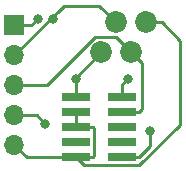
<source format=gbr>
%TF.GenerationSoftware,KiCad,Pcbnew,5.1.8-db9833491~88~ubuntu20.10.1*%
%TF.CreationDate,2020-12-02T23:45:44-06:00*%
%TF.ProjectId,skedd_swd_adapter,736b6564-645f-4737-9764-5f6164617074,rev?*%
%TF.SameCoordinates,Original*%
%TF.FileFunction,Copper,L1,Top*%
%TF.FilePolarity,Positive*%
%FSLAX46Y46*%
G04 Gerber Fmt 4.6, Leading zero omitted, Abs format (unit mm)*
G04 Created by KiCad (PCBNEW 5.1.8-db9833491~88~ubuntu20.10.1) date 2020-12-02 23:45:44*
%MOMM*%
%LPD*%
G01*
G04 APERTURE LIST*
%TA.AperFunction,SMDPad,CuDef*%
%ADD10R,2.400000X0.740000*%
%TD*%
%TA.AperFunction,ComponentPad*%
%ADD11O,1.700000X1.700000*%
%TD*%
%TA.AperFunction,ComponentPad*%
%ADD12R,1.700000X1.700000*%
%TD*%
%TA.AperFunction,ComponentPad*%
%ADD13C,1.850000*%
%TD*%
%TA.AperFunction,ViaPad*%
%ADD14C,0.800000*%
%TD*%
%TA.AperFunction,Conductor*%
%ADD15C,0.250000*%
%TD*%
G04 APERTURE END LIST*
D10*
%TO.P,J1,10*%
%TO.N,/RST*%
X35055001Y-31430001D03*
%TO.P,J1,9*%
%TO.N,GND*%
X31155001Y-31430001D03*
%TO.P,J1,8*%
%TO.N,Net-(J1-Pad8)*%
X35055001Y-30160001D03*
%TO.P,J1,7*%
%TO.N,Net-(J1-Pad7)*%
X31155001Y-30160001D03*
%TO.P,J1,6*%
%TO.N,Net-(J1-Pad6)*%
X35055001Y-28890001D03*
%TO.P,J1,5*%
%TO.N,GND*%
X31155001Y-28890001D03*
%TO.P,J1,4*%
%TO.N,/SWCLK*%
X35055001Y-27620001D03*
%TO.P,J1,3*%
%TO.N,GND*%
X31155001Y-27620001D03*
%TO.P,J1,2*%
%TO.N,/SWDIO*%
X35055001Y-26350001D03*
%TO.P,J1,1*%
%TO.N,+3V3*%
X31155001Y-26350001D03*
%TD*%
D11*
%TO.P,J2,5*%
%TO.N,GND*%
X25955001Y-30400001D03*
%TO.P,J2,4*%
%TO.N,/RST*%
X25955001Y-27860001D03*
%TO.P,J2,3*%
%TO.N,/SWCLK*%
X25955001Y-25320001D03*
%TO.P,J2,2*%
%TO.N,/SWDIO*%
X25955001Y-22780001D03*
D12*
%TO.P,J2,1*%
%TO.N,+3V3*%
X25955001Y-20240001D03*
%TD*%
D13*
%TO.P,J3,4*%
%TO.N,GND*%
X37110001Y-20020001D03*
%TO.P,J3,3*%
%TO.N,/SWCLK*%
X35840001Y-22560001D03*
%TO.P,J3,2*%
%TO.N,/SWDIO*%
X34570001Y-20020001D03*
%TO.P,J3,1*%
%TO.N,+3V3*%
X33300001Y-22560001D03*
%TD*%
D14*
%TO.N,/SWDIO*%
X35560000Y-24765000D03*
X29210000Y-19685000D03*
%TO.N,+3V3*%
X27940000Y-19685000D03*
X31155001Y-24805001D03*
%TO.N,/RST*%
X28575000Y-28575000D03*
X37465000Y-29210000D03*
%TD*%
D15*
%TO.N,GND*%
X26985001Y-31430001D02*
X31155001Y-31430001D01*
X25955001Y-30400001D02*
X26985001Y-31430001D01*
X31155001Y-28890001D02*
X31155001Y-27620001D01*
X31850002Y-32125002D02*
X31155001Y-31430001D01*
X36515002Y-32125002D02*
X31850002Y-32125002D01*
X39965002Y-21566855D02*
X39965002Y-28675002D01*
X39965002Y-28675002D02*
X36515002Y-32125002D01*
X38418148Y-20020001D02*
X39965002Y-21566855D01*
X37110001Y-20020001D02*
X38418148Y-20020001D01*
X32605001Y-28890001D02*
X31155001Y-28890001D01*
X32680002Y-28965002D02*
X32605001Y-28890001D01*
X32680002Y-31355000D02*
X32680002Y-28965002D01*
X32605001Y-31430001D02*
X32680002Y-31355000D01*
X31155001Y-31430001D02*
X32605001Y-31430001D01*
%TO.N,/SWCLK*%
X34550002Y-21270002D02*
X35840001Y-22560001D01*
X32739998Y-21270002D02*
X34550002Y-21270002D01*
X28689999Y-25320001D02*
X32739998Y-21270002D01*
X25955001Y-25320001D02*
X28689999Y-25320001D01*
X36505001Y-27620001D02*
X35055001Y-27620001D01*
X36765000Y-23485000D02*
X36765000Y-27360002D01*
X36765000Y-27360002D02*
X36505001Y-27620001D01*
X35840001Y-22560001D02*
X36765000Y-23485000D01*
%TO.N,/SWDIO*%
X33145000Y-18595000D02*
X34570001Y-20020001D01*
X30140002Y-18595000D02*
X33145000Y-18595000D01*
X25955001Y-22780001D02*
X30140002Y-18595000D01*
X35055001Y-25269999D02*
X35560000Y-24765000D01*
X35055001Y-26350001D02*
X35055001Y-25269999D01*
%TO.N,+3V3*%
X31155001Y-24705001D02*
X33300001Y-22560001D01*
X27384999Y-20240001D02*
X27940000Y-19685000D01*
X25955001Y-20240001D02*
X27384999Y-20240001D01*
X31155001Y-24805001D02*
X31155001Y-24705001D01*
X31155001Y-26350001D02*
X31155001Y-24805001D01*
%TO.N,/RST*%
X27860001Y-27860001D02*
X28575000Y-28575000D01*
X25955001Y-27860001D02*
X27860001Y-27860001D01*
X37465000Y-30470002D02*
X36505001Y-31430001D01*
X36505001Y-31430001D02*
X35055001Y-31430001D01*
X37465000Y-29210000D02*
X37465000Y-30470002D01*
%TD*%
M02*

</source>
